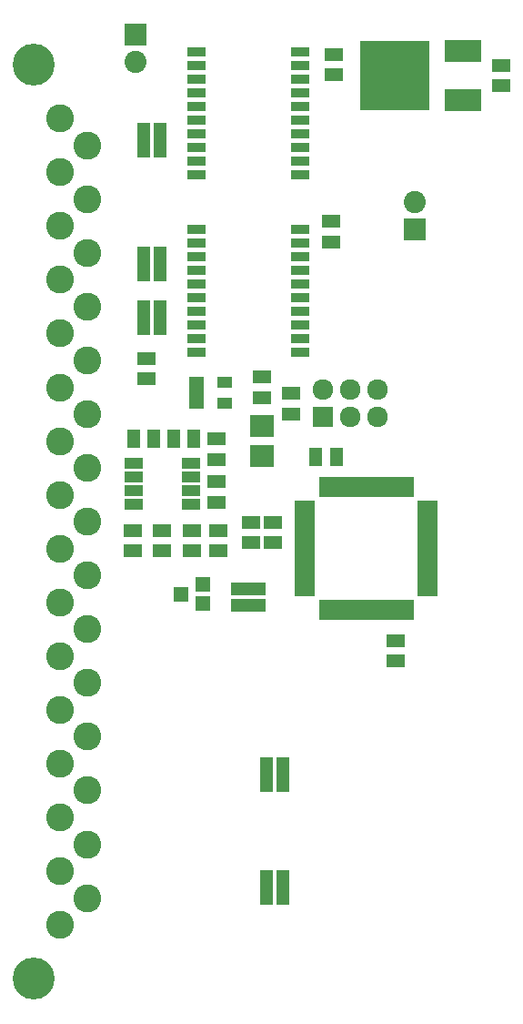
<source format=gts>
G04 #@! TF.GenerationSoftware,KiCad,Pcbnew,(5.1.5)-3*
G04 #@! TF.CreationDate,2021-08-30T19:43:02+02:00*
G04 #@! TF.ProjectId,gbm12,67626d31-322e-46b6-9963-61645f706362,0430 -*
G04 #@! TF.SameCoordinates,Original*
G04 #@! TF.FileFunction,Soldermask,Top*
G04 #@! TF.FilePolarity,Negative*
%FSLAX46Y46*%
G04 Gerber Fmt 4.6, Leading zero omitted, Abs format (unit mm)*
G04 Created by KiCad (PCBNEW (5.1.5)-3) date 2021-08-30 19:43:02*
%MOMM*%
%LPD*%
G04 APERTURE LIST*
%ADD10R,1.797000X1.289000*%
%ADD11R,1.289000X1.797000*%
%ADD12R,2.051000X2.051000*%
%ADD13C,2.051000*%
%ADD14R,1.924000X1.924000*%
%ADD15C,1.924000*%
%ADD16R,1.924000X0.806400*%
%ADD17R,0.806400X1.924000*%
%ADD18R,3.448000X2.051000*%
%ADD19R,6.496000X6.496000*%
%ADD20R,1.670000X0.908000*%
%ADD21R,1.799540X0.999440*%
%ADD22C,3.900120*%
%ADD23C,2.599640*%
%ADD24R,1.400000X1.060000*%
%ADD25R,2.203400X2.000200*%
%ADD26R,1.162000X0.831800*%
%ADD27R,0.831800X1.162000*%
%ADD28R,1.314400X1.314400*%
G04 APERTURE END LIST*
D10*
X118500000Y-57547500D03*
X118500000Y-59452500D03*
X97250000Y-101952500D03*
X97250000Y-100047500D03*
X96250000Y-88452500D03*
X96250000Y-86547500D03*
X108750000Y-111047500D03*
X108750000Y-112952500D03*
D11*
X103202500Y-94000000D03*
X101297500Y-94000000D03*
D12*
X84500000Y-54730000D03*
D13*
X84500000Y-57270000D03*
D14*
X101960000Y-90270000D03*
D15*
X101960000Y-87730000D03*
X104500000Y-90270000D03*
X104500000Y-87730000D03*
X107040000Y-90270000D03*
X107040000Y-87730000D03*
D10*
X95250000Y-100047500D03*
X95250000Y-101952500D03*
X92250000Y-102702500D03*
X92250000Y-100797500D03*
X89750000Y-102702500D03*
X89750000Y-100797500D03*
X87000000Y-100797500D03*
X87000000Y-102702500D03*
X99000000Y-89952500D03*
X99000000Y-88047500D03*
D16*
X100285000Y-102500000D03*
X100285000Y-103300100D03*
X100285000Y-104100200D03*
X100285000Y-104900300D03*
X100285000Y-105700400D03*
X100285000Y-106500500D03*
X100285000Y-101699900D03*
X100285000Y-100899800D03*
X100285000Y-100099700D03*
X100285000Y-99299600D03*
X100285000Y-98499500D03*
X111715000Y-102500000D03*
X111715000Y-103300100D03*
X111715000Y-104100200D03*
X111715000Y-104900300D03*
X111715000Y-105700400D03*
X111715000Y-106500500D03*
X111715000Y-101699900D03*
X111715000Y-100899800D03*
X111715000Y-100099700D03*
X111715000Y-99299600D03*
X111715000Y-98499500D03*
D17*
X106000000Y-108215000D03*
X106000000Y-96785000D03*
X106800100Y-108215000D03*
X106800100Y-96785000D03*
X107600200Y-96785000D03*
X107600200Y-108215000D03*
X108400300Y-108215000D03*
X108400300Y-96785000D03*
X109200400Y-96785000D03*
X109200400Y-108215000D03*
X110000500Y-108215000D03*
X110000500Y-96785000D03*
X105199900Y-96785000D03*
X105199900Y-108215000D03*
X104399800Y-108215000D03*
X104399800Y-96785000D03*
X103599700Y-96785000D03*
X103599700Y-108215000D03*
X102799600Y-108215000D03*
X102799600Y-96785000D03*
X101999500Y-96785000D03*
X101999500Y-108215000D03*
D18*
X115000000Y-60786000D03*
D19*
X108650000Y-58500000D03*
D18*
X115000000Y-56214000D03*
D20*
X99826000Y-67715000D03*
X99826000Y-66445000D03*
X99826000Y-65175000D03*
X99826000Y-63905000D03*
X99826000Y-62635000D03*
X99826000Y-61365000D03*
X99826000Y-60095000D03*
X99826000Y-58825000D03*
X99826000Y-57555000D03*
X99826000Y-56285000D03*
X90174000Y-56285000D03*
X90174000Y-57555000D03*
X90174000Y-58825000D03*
X90174000Y-60095000D03*
X90174000Y-61365000D03*
X90174000Y-62635000D03*
X90174000Y-63905000D03*
X90174000Y-65175000D03*
X90174000Y-66445000D03*
X90174000Y-67715000D03*
X99826000Y-84215000D03*
X99826000Y-82945000D03*
X99826000Y-81675000D03*
X99826000Y-80405000D03*
X99826000Y-79135000D03*
X99826000Y-77865000D03*
X99826000Y-76595000D03*
X99826000Y-75325000D03*
X99826000Y-74055000D03*
X99826000Y-72785000D03*
X90174000Y-72785000D03*
X90174000Y-74055000D03*
X90174000Y-75325000D03*
X90174000Y-76595000D03*
X90174000Y-77865000D03*
X90174000Y-79135000D03*
X90174000Y-80405000D03*
X90174000Y-81675000D03*
X90174000Y-82945000D03*
X90174000Y-84215000D03*
D11*
X86202500Y-92250000D03*
X84297500Y-92250000D03*
X89952500Y-92250000D03*
X88047500Y-92250000D03*
D10*
X92000000Y-96297500D03*
X92000000Y-98202500D03*
D21*
X89667000Y-94595000D03*
X84333000Y-94595000D03*
X89667000Y-95865000D03*
X89667000Y-97135000D03*
X89667000Y-98405000D03*
X84333000Y-95865000D03*
X84333000Y-97135000D03*
X84333000Y-98405000D03*
D10*
X92000000Y-94202500D03*
X92000000Y-92297500D03*
X103000000Y-56547500D03*
X103000000Y-58452500D03*
X102750000Y-72047500D03*
X102750000Y-73952500D03*
X85500000Y-86702500D03*
X85500000Y-84797500D03*
D12*
X110500000Y-72770000D03*
D13*
X110500000Y-70230000D03*
D10*
X84250000Y-102702500D03*
X84250000Y-100797500D03*
D22*
X74998740Y-142501820D03*
D23*
X77500640Y-62499440D03*
X77498100Y-102499360D03*
X77498100Y-107500620D03*
X77498100Y-117500600D03*
X77498100Y-112499340D03*
X77498100Y-132499300D03*
X77498100Y-137500560D03*
X77498100Y-127500580D03*
X77498100Y-122499320D03*
X77498100Y-82499400D03*
X77498100Y-87500660D03*
X77498100Y-97500640D03*
X77498100Y-92499380D03*
X77498100Y-72499420D03*
X77498100Y-77500680D03*
X77498100Y-67500700D03*
X80000000Y-65001340D03*
X80000000Y-75001320D03*
X80000000Y-70000060D03*
X80000000Y-90000020D03*
X80000000Y-95001280D03*
X80000000Y-85001300D03*
X80000000Y-80000040D03*
X80000000Y-119999960D03*
X80000000Y-125001220D03*
X80000000Y-135001200D03*
X80000000Y-129999940D03*
X80000000Y-109999980D03*
X80000000Y-115001240D03*
X80000000Y-105001260D03*
X80000000Y-100000000D03*
D22*
X74998740Y-57500720D03*
D24*
X90200000Y-88950000D03*
X90200000Y-87050000D03*
X92800000Y-87050000D03*
X92800000Y-88950000D03*
X90200000Y-88000000D03*
D25*
X96250000Y-91103000D03*
X96250000Y-93897000D03*
D26*
X86762000Y-81398780D03*
X85238000Y-81398780D03*
X86762000Y-80601220D03*
X85238000Y-80601220D03*
X86762000Y-82198880D03*
X86762000Y-79801120D03*
X85238000Y-79801120D03*
X85238000Y-82198880D03*
D27*
X94601220Y-107762000D03*
X94601220Y-106238000D03*
X95398780Y-107762000D03*
X95398780Y-106238000D03*
X93801120Y-107762000D03*
X96198880Y-107762000D03*
X96198880Y-106238000D03*
X93801120Y-106238000D03*
D26*
X96738000Y-123101220D03*
X98262000Y-123101220D03*
X96738000Y-123898780D03*
X98262000Y-123898780D03*
X96738000Y-122301120D03*
X96738000Y-124698880D03*
X98262000Y-124698880D03*
X98262000Y-122301120D03*
X96738000Y-133601220D03*
X98262000Y-133601220D03*
X96738000Y-134398780D03*
X98262000Y-134398780D03*
X96738000Y-132801120D03*
X96738000Y-135198880D03*
X98262000Y-135198880D03*
X98262000Y-132801120D03*
X86762000Y-76398780D03*
X85238000Y-76398780D03*
X86762000Y-75601220D03*
X85238000Y-75601220D03*
X86762000Y-77198880D03*
X86762000Y-74801120D03*
X85238000Y-74801120D03*
X85238000Y-77198880D03*
X86762000Y-64898780D03*
X85238000Y-64898780D03*
X86762000Y-64101220D03*
X85238000Y-64101220D03*
X86762000Y-65698880D03*
X86762000Y-63301120D03*
X85238000Y-63301120D03*
X85238000Y-65698880D03*
D28*
X90766000Y-105861000D03*
X90766000Y-107639000D03*
X88734000Y-106750000D03*
M02*

</source>
